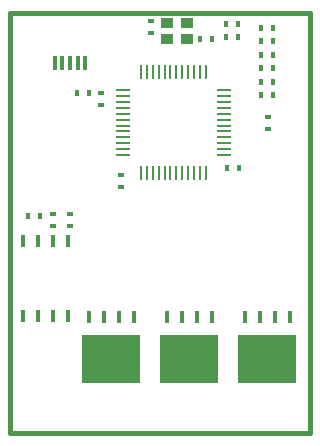
<source format=gbp>
G04 (created by PCBNEW-RS274X (2012-01-19 BZR 3256)-stable) date 9/9/2012 2:54:20 PM*
G01*
G70*
G90*
%MOIN*%
G04 Gerber Fmt 3.4, Leading zero omitted, Abs format*
%FSLAX34Y34*%
G04 APERTURE LIST*
%ADD10C,0.001000*%
%ADD11C,0.015000*%
%ADD12R,0.018000X0.043000*%
%ADD13O,0.009800X0.053100*%
%ADD14O,0.053100X0.009800*%
%ADD15R,0.194900X0.159400*%
%ADD16R,0.017700X0.039300*%
%ADD17R,0.023000X0.018000*%
%ADD18R,0.018000X0.023000*%
%ADD19R,0.043200X0.035400*%
%ADD20R,0.011700X0.049100*%
G04 APERTURE END LIST*
G54D10*
G54D11*
X44016Y-40961D02*
X44016Y-54961D01*
X54016Y-40961D02*
X44016Y-40961D01*
X54016Y-54961D02*
X54016Y-40961D01*
X44016Y-54961D02*
X54016Y-54961D01*
G54D12*
X45950Y-48550D03*
X45450Y-48550D03*
X44950Y-48550D03*
X44450Y-48550D03*
X44450Y-51050D03*
X44950Y-51050D03*
X45450Y-51050D03*
X45950Y-51050D03*
G54D13*
X48383Y-42938D03*
X48580Y-42938D03*
X48777Y-42938D03*
X48974Y-42938D03*
X49171Y-42938D03*
X49368Y-42938D03*
X49564Y-42938D03*
X49761Y-42938D03*
X49958Y-42938D03*
X50155Y-42938D03*
X50352Y-42938D03*
X50549Y-42938D03*
G54D14*
X51139Y-43528D03*
X51139Y-43725D03*
X51139Y-43922D03*
X51139Y-44119D03*
X51139Y-44316D03*
X51139Y-44513D03*
X51139Y-44709D03*
X51139Y-44906D03*
X51139Y-45103D03*
X51139Y-45300D03*
X51139Y-45497D03*
X51139Y-45694D03*
G54D13*
X50549Y-46284D03*
X50352Y-46284D03*
X50155Y-46284D03*
X49958Y-46284D03*
X49761Y-46284D03*
X49564Y-46284D03*
X49368Y-46284D03*
X49171Y-46284D03*
X48974Y-46284D03*
X48777Y-46284D03*
X48580Y-46284D03*
X48383Y-46284D03*
G54D14*
X47793Y-45694D03*
X47793Y-45497D03*
X47793Y-45300D03*
X47793Y-45103D03*
X47793Y-44906D03*
X47793Y-44709D03*
X47793Y-44513D03*
X47793Y-44316D03*
X47793Y-44119D03*
X47793Y-43922D03*
X47793Y-43725D03*
X47793Y-43528D03*
G54D15*
X47400Y-52500D03*
G54D16*
X46652Y-51102D03*
X47144Y-51102D03*
X47656Y-51102D03*
X48148Y-51102D03*
G54D15*
X50000Y-52500D03*
G54D16*
X49252Y-51102D03*
X49744Y-51102D03*
X50256Y-51102D03*
X50748Y-51102D03*
G54D15*
X52600Y-52500D03*
G54D16*
X51852Y-51102D03*
X52344Y-51102D03*
X52856Y-51102D03*
X53348Y-51102D03*
G54D17*
X45466Y-47661D03*
X45466Y-48061D03*
X46016Y-48061D03*
X46016Y-47661D03*
G54D18*
X45016Y-47711D03*
X44616Y-47711D03*
X52400Y-43250D03*
X52800Y-43250D03*
X52800Y-43700D03*
X52400Y-43700D03*
X52400Y-42350D03*
X52800Y-42350D03*
X52800Y-42800D03*
X52400Y-42800D03*
X52400Y-41450D03*
X52800Y-41450D03*
X52800Y-41900D03*
X52400Y-41900D03*
X51216Y-41311D03*
X51616Y-41311D03*
X51616Y-41761D03*
X51216Y-41761D03*
X51266Y-46111D03*
X51666Y-46111D03*
G54D17*
X52616Y-44811D03*
X52616Y-44411D03*
X47066Y-43611D03*
X47066Y-44011D03*
X47716Y-46361D03*
X47716Y-46761D03*
G54D18*
X46666Y-43611D03*
X46266Y-43611D03*
G54D17*
X48716Y-41611D03*
X48716Y-41211D03*
G54D18*
X50766Y-41811D03*
X50366Y-41811D03*
G54D19*
X49916Y-41811D03*
X49916Y-41299D03*
X49247Y-41299D03*
X49247Y-41811D03*
G54D20*
X45504Y-42624D03*
X45760Y-42624D03*
X46016Y-42624D03*
X46272Y-42624D03*
X46528Y-42624D03*
M02*

</source>
